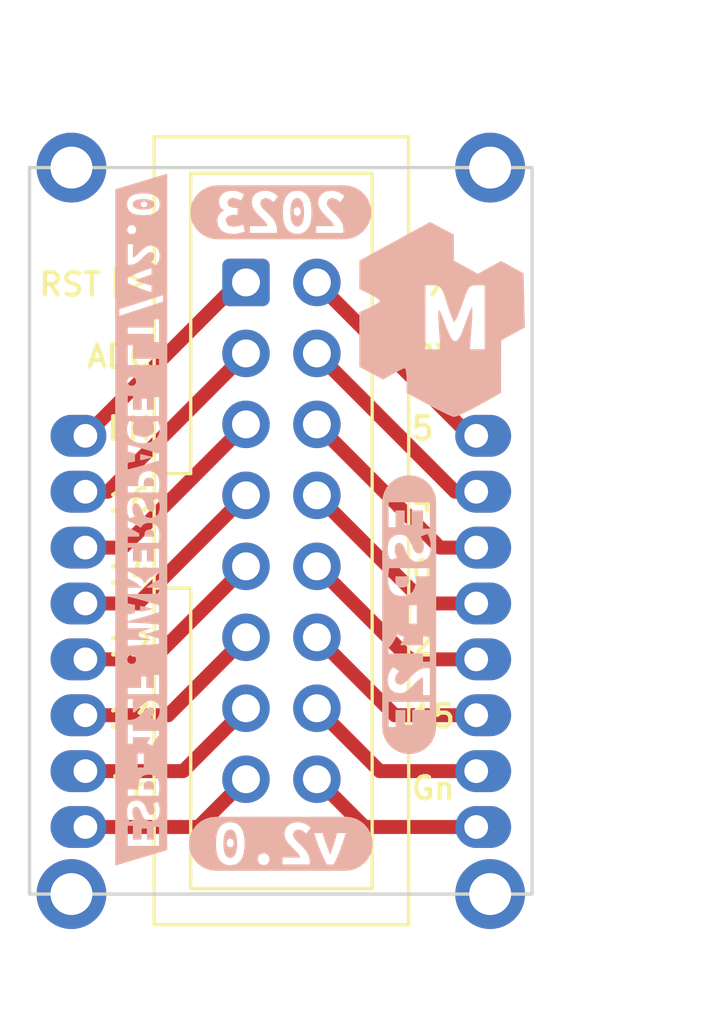
<source format=kicad_pcb>
(kicad_pcb (version 20211014) (generator pcbnew)
  (layers (0 "F.Cu" signal) (31 "B.Cu" signal) (34 "B.Paste" user) (35 "F.Paste" user) (36 "B.SilkS" user "B.Silkscreen") (37 "F.SilkS" user "F.Silkscreen") (38 "B.Mask" user) (39 "F.Mask" user) (44 "Edge.Cuts" user))
  (net 0 "")
  (net 1 "RST")
  (net 2 "TX")
  (net 3 "ADC")
  (net 4 "RX")
  (net 5 "EN")
  (net 6 "IO5")
  (net 7 "IO16")
  (net 8 "IO4")
  (net 9 "IO14")
  (net 10 "IO0")
  (net 11 "IO12")
  (net 12 "IO2")
  (net 13 "IO13")
  (net 14 "IO15")
  (net 15 "Vcc")
  (net 16 "GND")
  (footprint "-local:esp-top" (layer "F.Cu") (at 166.5 100)
    (fp_text reference "U1" hide)
    (fp_text value "top")
    (pad "1" thru_hole oval (at 2 9.6) (size 2 1.5) (drill 0.85 (offset -0.25 0)) (layers *.Cu *.Mask) (net 1 "RST"))
    (pad "2" thru_hole oval (at 2 11.6) (size 2 1.5) (drill 0.85 (offset -0.25 0)) (layers *.Cu *.Mask) (net 3 "ADC"))
    (pad "3" thru_hole oval (at 2 13.6) (size 2 1.5) (drill 0.85 (offset -0.25 0)) (layers *.Cu *.Mask) (net 5 "EN"))
    (pad "4" thru_hole oval (at 2 15.6) (size 2 1.5) (drill 0.85 (offset -0.25 0)) (layers *.Cu *.Mask) (net 7 "IO16"))
    (pad "5" thru_hole oval (at 2 17.6) (size 2 1.5) (drill 0.85 (offset -0.25 0)) (layers *.Cu *.Mask) (net 9 "IO14"))
    (pad "6" thru_hole oval (at 2 19.6) (size 2 1.5) (drill 0.85 (offset -0.25 0)) (layers *.Cu *.Mask) (net 11 "IO12"))
    (pad "7" thru_hole oval (at 2 21.6) (size 2 1.5) (drill 0.85 (offset -0.25 0)) (layers *.Cu *.Mask) (net 13 "IO13"))
    (pad "8" thru_hole oval (at 2 23.6) (size 2 1.5) (drill 0.85 (offset -0.25 0)) (layers *.Cu *.Mask) (net 15 "Vcc"))
    (pad "9" thru_hole oval (at 16 23.6 180) (size 2 1.5) (drill 0.85 (offset -0.25 0)) (layers *.Cu *.Mask) (net 16 "GND"))
    (pad "10" thru_hole oval (at 16 21.6 180) (size 2 1.5) (drill 0.85 (offset -0.25 0)) (layers *.Cu *.Mask) (net 14 "IO15"))
    (pad "11" thru_hole oval (at 16 19.6 180) (size 2 1.5) (drill 0.85 (offset -0.25 0)) (layers *.Cu *.Mask) (net 12 "IO2"))
    (pad "12" thru_hole oval (at 16 17.6 180) (size 2 1.5) (drill 0.85 (offset -0.25 0)) (layers *.Cu *.Mask) (net 10 "IO0"))
    (pad "13" thru_hole oval (at 16 15.6 180) (size 2 1.5) (drill 0.85 (offset -0.25 0)) (layers *.Cu *.Mask) (net 8 "IO4"))
    (pad "14" thru_hole oval (at 16 13.6 180) (size 2 1.5) (drill 0.85 (offset -0.25 0)) (layers *.Cu *.Mask) (net 6 "IO5"))
    (pad "15" thru_hole oval (at 16 11.6 180) (size 2 1.5) (drill 0.85 (offset -0.25 0)) (layers *.Cu *.Mask) (net 4 "RX"))
    (pad "16" thru_hole oval (at 16 9.6 180) (size 2 1.5) (drill 0.85 (offset -0.25 0)) (layers *.Cu *.Mask) (net 2 "TX"))
  )
  (footprint "-local:board" (layer "F.Cu") (at 166.5 100)
    (fp_text reference "SYM1" hide)
    (fp_text value "board_outline")
    (fp_rect (start 0 0) (end 18 26) (layer "Edge.Cuts") (width 0.12) (fill none))
    (pad "" np_thru_hole circle (at 16 3) (size 0.9 0.9) (drill 0.9) (layers F&B.Cu *.Mask))
    (pad "" np_thru_hole circle (at 5 25) (size 0.9 0.9) (drill 0.9) (layers F&B.Cu *.Mask))
    (pad "" np_thru_hole circle (at 2 6) (size 0.9 0.9) (drill 0.9) (layers F&B.Cu *.Mask))
    (pad "1" thru_hole circle (at 1.5 0) (size 2.5 2.5) (drill 1.5) (layers *.Cu *.Mask))
    (pad "2" thru_hole circle (at 16.5 0) (size 2.5 2.5) (drill 1.5) (layers *.Cu *.Mask))
    (pad "3" thru_hole circle (at 16.5 26) (size 2.5 2.5) (drill 1.5) (layers *.Cu *.Mask))
    (pad "4" thru_hole circle (at 1.5 26) (size 2.5 2.5) (drill 1.5) (layers *.Cu *.Mask))
  )
  (footprint "Connector_IDC:IDC-Header_2x08_P2.54mm_Vertical" (layer "F.Cu") (at 174.2525 104.11)
    (fp_text reference "J1" hide)
    (fp_text value "IDC 2x8")
    (fp_line (start -3.29 6.84) (end -1.98 6.84) (layer "F.SilkS") (width 0.12))
    (fp_line (start -3.29 22.99) (end -3.29 -5.21) (layer "F.SilkS") (width 0.12))
    (fp_line (start -1.98 6.84) (end -1.98 -3.91) (layer "F.SilkS") (width 0.12))
    (fp_line (start -1.98 21.69) (end -1.98 10.94) (layer "F.SilkS") (width 0.12))
    (fp_line (start -1.98 -3.91) (end 4.52 -3.91) (layer "F.SilkS") (width 0.12))
    (fp_line (start 5.83 -5.21) (end 5.83 22.99) (layer "F.SilkS") (width 0.12))
    (fp_line (start 5.83 22.99) (end -3.29 22.99) (layer "F.SilkS") (width 0.12))
    (fp_line (start -4.68 0.5) (end -3.68 0) (layer "F.SilkS") (width 0.12))
    (fp_line (start 4.52 21.69) (end -1.98 21.69) (layer "F.SilkS") (width 0.12))
    (fp_line (start -4.68 -0.5) (end -4.68 0.5) (layer "F.SilkS") (width 0.12))
    (fp_line (start -3.29 -5.21) (end 5.83 -5.21) (layer "F.SilkS") (width 0.12))
    (fp_line (start 4.52 -3.91) (end 4.52 21.69) (layer "F.SilkS") (width 0.12))
    (fp_line (start -1.98 10.94) (end -1.98 10.94) (layer "F.SilkS") (width 0.12))
    (fp_line (start -1.98 10.94) (end -3.29 10.94) (layer "F.SilkS") (width 0.12))
    (fp_line (start -3.68 0) (end -4.68 -0.5) (layer "F.SilkS") (width 0.12))
    (pad "1" thru_hole roundrect (at 0 0) (size 1.7 1.7) (drill 1) (layers *.Cu *.Mask) (roundrect_rratio 0.147059) (net 1 "RST"))
    (pad "2" thru_hole circle (at 2.54 0) (size 1.7 1.7) (drill 1) (layers *.Cu *.Mask) (net 2 "TX"))
    (pad "3" thru_hole circle (at 0 2.54) (size 1.7 1.7) (drill 1) (layers *.Cu *.Mask) (net 3 "ADC"))
    (pad "4" thru_hole circle (at 2.54 2.54) (size 1.7 1.7) (drill 1) (layers *.Cu *.Mask) (net 4 "RX"))
    (pad "5" thru_hole circle (at 0 5.08) (size 1.7 1.7) (drill 1) (layers *.Cu *.Mask) (net 5 "EN"))
    (pad "6" thru_hole circle (at 2.54 5.08) (size 1.7 1.7) (drill 1) (layers *.Cu *.Mask) (net 6 "IO5"))
    (pad "7" thru_hole circle (at 0 7.62) (size 1.7 1.7) (drill 1) (layers *.Cu *.Mask) (net 7 "IO16"))
    (pad "8" thru_hole circle (at 2.54 7.62) (size 1.7 1.7) (drill 1) (layers *.Cu *.Mask) (net 8 "IO4"))
    (pad "9" thru_hole circle (at 0 10.16) (size 1.7 1.7) (drill 1) (layers *.Cu *.Mask) (net 9 "IO14"))
    (pad "10" thru_hole circle (at 2.54 10.16) (size 1.7 1.7) (drill 1) (layers *.Cu *.Mask) (net 10 "IO0"))
    (pad "11" thru_hole circle (at 0 12.7) (size 1.7 1.7) (drill 1) (layers *.Cu *.Mask) (net 11 "IO12"))
    (pad "12" thru_hole circle (at 2.54 12.7) (size 1.7 1.7) (drill 1) (layers *.Cu *.Mask) (net 12 "IO2"))
    (pad "13" thru_hole circle (at 0 15.24) (size 1.7 1.7) (drill 1) (layers *.Cu *.Mask) (net 13 "IO13"))
    (pad "14" thru_hole circle (at 2.54 15.24) (size 1.7 1.7) (drill 1) (layers *.Cu *.Mask) (net 14 "IO15"))
    (pad "15" thru_hole circle (at 0 17.78) (size 1.7 1.7) (drill 1) (layers *.Cu *.Mask) (net 15 "Vcc"))
    (pad "16" thru_hole circle (at 2.54 17.78) (size 1.7 1.7) (drill 1) (layers *.Cu *.Mask) (net 16 "GND"))
  )
  (footprint "-local:logo_kms_small_silkscreen" (layer "B.Cu") (at 181.7 105.4 180)
    (fp_text reference "G2" hide)
    (fp_text value "LOGO_KMS" hide)
    (fp_poly (pts (xy 2.116877 2.764724) (xy 3.383025 2.074333) (xy 3.384846 1.562038) (xy 3.386667 1.049742) (xy 3.001301 0.862517) (xy 2.790526 0.744233) (xy 2.670184 0.645099) (xy 2.658544 0.606349) (xy 2.756204 0.53197) (xy 2.951559 0.426272) (xy 3.04391 0.382844) (xy 3.386667 0.228282) (xy 3.385955 -0.753692) (xy 3.385242 -1.735667) (xy 2.958732 -1.961382) (xy 2.532222 -2.187098) (xy 2.176278 -1.983569) (xy 1.955571 -1.864108) (xy 1.796662 -1.790367) (xy 1.756834 -1.77902) (xy 1.721214 -1.854803) (xy 1.697798 -2.050556) (xy 1.692499 -2.2225) (xy 1.691665 -2.667) (xy 0.909333 -3.090334) (xy 0.572241 -3.267716) (xy 0.281728 -3.411355) (xy 0.075183 -3.503285) (xy 0 -3.527314) (xy -0.123164 -3.493503) (xy -0.355769 -3.391419) (xy -0.661039 -3.238198) (xy -0.908502 -3.10398) (xy -1.690003 -2.667) (xy -1.69278 -1.100667) (xy -1.100666 -1.100667) (xy -0.57469 -1.100667) (xy -0.635467 -0.3175) (xy -0.656467 0.015334) (xy -0.662989 0.266572) (xy -0.654674 0.4023) (xy -0.643244 0.415066) (xy -0.591922 0.31503) (xy -0.506157 0.098671) (xy -0.403589 -0.189211) (xy -0.393179 -0.219934) (xy -0.253409 -0.583479) (xy -0.129647 -0.781514) (xy -0.013063 -0.816032) (xy 0.105175 -0.689025) (xy 0.233899 -0.402484) (xy 0.247907 -0.364532) (xy 0.389806 0.016194) (xy 0.484588 0.237516) (xy 0.539083 0.300543) (xy 0.56012 0.206382) (xy 0.554529 -0.043861) (xy 0.53802 -0.3175) (xy 0.486159 -1.100667) (xy 1.016 -1.100667) (xy 1.016 1.185333) (xy 0.734573 1.185333) (xy 0.592127 1.178256) (xy 0.494874 1.134867) (xy 0.417781 1.021929) (xy 0.335814 0.806205) (xy 0.25236 0.545104) (xy 0.151022 0.23986) (xy 0.062012 0.003481) (xy 0.001326 -0.122357) (xy -0.007325 -0.131527) (xy -0.059519 -0.074492) (xy -0.148137 0.109023) (xy -0.257282 0.38445) (xy -0.301766 0.508702) (xy -0.419082 0.837342) (xy -0.50633 1.037477) (xy -0.587853 1.140954) (xy -0.687997 1.179621) (xy -0.818987 1.185333) (xy -1.100666 1.185333) (xy -1.100666 -1.100667) (xy -1.69278 -1.100667) (xy -1.693333 -0.788912) (xy -2.119295 -0.557074) (xy -2.545257 -0.325237) (xy -2.521462 0.64663) (xy -2.497666 1.618497) (xy -1.694762 2.059689) (xy -0.856296 1.603339) (xy -0.00244 2.074333) (xy -0.000508 2.54) (xy 0.001425 3.005666) (xy 0.426076 3.230391) (xy 0.850728 3.455115)) (layer "B.SilkS") (width 0) (fill solid))
  )
  (footprint "kibuzzard-642C03EC" (layer "B.Cu") (at 175.5 124.2 180)
    (fp_text reference "kibuzzard-642C03EC" hide)
    (fp_text value "G***" hide)
    (fp_poly (pts (xy -2.322909 0.967581) (xy -2.323108 0.967581) (xy -2.511874 0.948989) (xy -2.693385 0.893929) (xy -2.860667 0.804514) (xy -3.007291 0.684183) (xy -3.127622 0.537559) (xy -3.217036 0.370277) (xy -3.272097 0.188766) (xy -3.290689 0) (xy -3.272097 -0.188766) (xy -3.217036 -0.370277) (xy -3.127622 -0.537559) (xy -3.007291 -0.684183) (xy -2.860667 -0.804514) (xy -2.693385 -0.893929) (xy -2.511874 -0.948989) (xy -2.323108 -0.967581) (xy -2.322909 -0.967581) (xy -1.894284 -0.967581) (xy -1.894284 -0.738188) (xy -1.966119 -0.58883) (xy -2.038747 -0.423333) (xy -2.112169 -0.241697) (xy -2.166863 -0.096069) (xy -2.220218 0.056257) (xy -2.272233 0.21528) (xy -2.322909 0.381) (xy -2.015728 0.381) (xy -1.992213 0.287536) (xy -1.964531 0.188119) (xy -1.933873 0.085427) (xy -1.901428 -0.017859) (xy -1.867793 -0.119955) (xy -1.833563 -0.219075) (xy -1.768078 -0.397669) (xy -1.699022 -0.219075) (xy -1.66122 -0.119955) (xy -1.624013 -0.017859) (xy -1.587698 0.085427) (xy -1.552575 0.188119) (xy -1.521321 0.287536) (xy -1.496616 0.381) (xy -1.198959 0.381) (xy -1.250305 0.21528) (xy -1.30433 0.056257) (xy -1.361033 -0.096069) (xy -1.420416 -0.241697) (xy -1.499791 -0.423333) (xy -1.575991 -0.58883) (xy -1.649016 -0.738188) (xy -1.894284 -0.738188) (xy -1.894284 -0.967581) (xy -0.065484 -0.967581) (xy -0.065484 -0.738188) (xy -1.027509 -0.738188) (xy -1.033463 -0.678656) (xy -1.032272 -0.62865) (xy -1.021259 -0.51435) (xy -0.988219 -0.409575) (xy -0.938213 -0.313432) (xy -0.8763 -0.225028) (xy -0.806053 -0.14347) (xy -0.731044 -0.067866) (xy -0.656034 0.003274) (xy -0.585787 0.071437) (xy -0.473869 0.200025) (xy -0.429816 0.326231) (xy -0.484584 0.465534) (xy -0.622697 0.51435) (xy -0.767953 0.481012) (xy -0.917972 0.369094) (xy -1.063228 0.573881) (xy -0.960537 0.660797) (xy -0.842963 0.721519) (xy -0.718245 0.757237) (xy -0.594122 0.769144) (xy -0.420291 0.74295) (xy -0.272653 0.664369) (xy -0.170259 0.532209) (xy -0.132159 0.347662) (xy -0.160734 0.201216) (xy -0.236934 0.064294) (xy -0.344091 -0.064294) (xy -0.465534 -0.183356) (xy -0.536972 -0.251222) (xy -0.613172 -0.332184) (xy -0.673894 -0.416719) (xy -0.698897 -0.4953) (xy -0.065484 -0.4953) (xy -0.065484 -0.738188) (xy -0.065484 -0.967581) (xy 0.622697 -0.967581) (xy 0.622697 -0.764381) (xy 0.541734 -0.750094) (xy 0.473869 -0.708422) (xy 0.426244 -0.641747) (xy 0.408384 -0.550069) (xy 0.426244 -0.460772) (xy 0.473869 -0.395288) (xy 0.541734 -0.354806) (xy 0.622697 -0.340519) (xy 0.770334 -0.395288) (xy 0.834628 -0.550069) (xy 0.770334 -0.709613) (xy 0.622697 -0.764381) (xy 0.622697 -0.967581) (xy 1.810941 -0.967581) (xy 1.810941 -0.769144) (xy 1.657482 -0.747977) (xy 1.530482 -0.684477) (xy 1.429941 -0.578644) (xy 1.372642 -0.470892) (xy 1.331714 -0.338138) (xy 1.307157 -0.18038) (xy 1.298972 0.002381) (xy 1.307306 0.183059) (xy 1.332309 0.339328) (xy 1.373981 0.47119) (xy 1.432322 0.578644) (xy 1.533657 0.684477) (xy 1.659864 0.747977) (xy 1.810941 0.769144) (xy 1.964399 0.748109) (xy 2.091399 0.685006) (xy 2.191941 0.579834) (xy 2.249239 0.472753) (xy 2.290167 0.340816) (xy 2.314724 0.184026) (xy 2.322909 0.002381) (xy 2.314724 -0.18038) (xy 2.290167 -0.338138) (xy 2.249239 -0.470892) (xy 2.191941 -0.578644) (xy 2.091399 -0.684477) (xy 1.964399 -0.747977) (xy 1.810941 -0.769144) (xy 1.810941 -0.967581) (xy 2.322909 -0.967581) (xy 2.323108 -0.967581) (xy 2.511874 -0.948989) (xy 2.693385 -0.893929) (xy 2.860667 -0.804514) (xy 3.007291 -0.684183) (xy 3.127622 -0.537559) (xy 3.217036 -0.370277) (xy 3.272097 -0.188766) (xy 3.290689 0) (xy 3.272097 0.188766) (xy 3.217036 0.370277) (xy 3.127622 0.537559) (xy 3.007291 0.684183) (xy 2.860667 0.804514) (xy 2.693385 0.893929) (xy 2.511874 0.948989) (xy 2.323108 0.967581) (xy 2.322909 0.967581) (xy -2.322909 0.967581)) (layer "B.SilkS") (width 0) (fill solid))
    (fp_poly (pts (xy 2.058591 0.002381) (xy 2.051579 0.157295) (xy 2.030545 0.285485) (xy 1.995487 0.386953) (xy 1.917799 0.486073) (xy 1.810941 0.519112) (xy 1.70557 0.486073) (xy 1.627584 0.386953) (xy 1.591866 0.285485) (xy 1.570434 0.157295) (xy 1.563291 0.002381) (xy 1.570434 -0.153855) (xy 1.591866 -0.28284) (xy 1.627584 -0.384572) (xy 1.70557 -0.483691) (xy 1.810941 -0.516731) (xy 1.813322 -0.515995) (xy 1.813322 -0.130969) (xy 1.715691 -0.084534) (xy 1.679972 0.026194) (xy 1.715691 0.138112) (xy 1.813322 0.185737) (xy 1.907381 0.138112) (xy 1.944291 0.026194) (xy 1.907381 -0.084534) (xy 1.813322 -0.130969) (xy 1.813322 -0.515995) (xy 1.917799 -0.483691) (xy 1.995487 -0.384572) (xy 2.030545 -0.28284) (xy 2.051579 -0.153855) (xy 2.058591 0.002381)) (layer "B.SilkS") (width 0) (fill solid))
  )
  (footprint "kibuzzard-642C0B87" (layer "B.Cu") (at 170.5 112.6 90)
    (fp_text reference "kibuzzard-642C0B87" hide)
    (fp_text value "G***" hide)
    (fp_poly (pts (xy -11.674697 0.932624) (xy -11.82551 0.932624) (xy -12.385084 -0.932625) (xy -11.82551 -0.932625) (xy -11.674697 -0.932625) (xy -11.674697 -0.483203) (xy -11.674697 0.637032) (xy -10.996041 0.637032) (xy -10.996041 0.452437) (xy -11.452098 0.452437) (xy -11.452098 0.200882) (xy -11.055763 0.200882) (xy -11.055763 0.016288) (xy -11.452098 0.016288) (xy -11.452098 -0.298609) (xy -10.956227 -0.298609) (xy -10.956227 -0.483203) (xy -11.674697 -0.483203) (xy -11.674697 -0.932625) (xy -10.463974 -0.932625) (xy -10.463974 -0.50673) (xy -10.5893 -0.499265) (xy -10.686574 -0.476869) (xy -10.811446 -0.421672) (xy -10.746295 -0.240697) (xy -10.629567 -0.294989) (xy -10.554236 -0.313992) (xy -10.463974 -0.320326) (xy -10.370772 -0.308562) (xy -10.311956 -0.275987) (xy -10.282095 -0.228933) (xy -10.273951 -0.175546) (xy -10.293858 -0.114014) (xy -10.344531 -0.066056) (xy -10.413302 -0.028051) (xy -10.489311 0.003619) (xy -10.594277 0.045244) (xy -10.692908 0.104965) (xy -10.766203 0.194548) (xy -10.795159 0.327565) (xy -10.769596 0.46782) (xy -10.692908 0.573691) (xy -10.616195 0.622956) (xy -10.522389 0.652515) (xy -10.411492 0.662368) (xy -10.314896 0.656487) (xy -10.231422 0.638842) (xy -10.102025 0.586359) (xy -10.167176 0.414433) (xy -10.267617 0.457867) (xy -10.395204 0.475964) (xy -10.493735 0.461687) (xy -10.552853 0.418857) (xy -10.57256 0.347472) (xy -10.554462 0.290465) (xy -10.508313 0.247031) (xy -10.444972 0.21355) (xy -10.375297 0.186404) (xy -10.265807 0.142065) (xy -10.160841 0.076914) (xy -10.082117 -0.024432) (xy -10.059043 -0.092976) (xy -10.051352 -0.177356) (xy -10.076914 -0.316932) (xy -10.153602 -0.420767) (xy -10.233533 -0.468524) (xy -10.33699 -0.497179) (xy -10.463974 -0.50673) (xy -10.463974 -0.932625) (xy -9.658636 -0.932625) (xy -9.658636 -0.483203) (xy -9.881235 -0.483203) (xy -9.881235 0.622554) (xy -9.80794 0.635222) (xy -9.725597 0.643366) (xy -9.644158 0.64789) (xy -9.573578 0.6497) (xy -9.441868 0.639948) (xy -9.331473 0.61069) (xy -9.242393 0.561927) (xy -9.177041 0.491045) (xy -9.13783 0.39543) (xy -9.12476 0.275082) (xy -9.13793 0.153527) (xy -9.177443 0.056705) (xy -9.243298 -0.015383) (xy -9.333283 -0.065151) (xy -9.445186 -0.095012) (xy -9.579007 -0.104966) (xy -9.658636 -0.104966) (xy -9.658636 -0.483203) (xy -9.658636 -0.932625) (xy -8.373713 -0.932625) (xy -8.373713 -0.128492) (xy -8.869585 -0.128492) (xy -8.869585 0.090487) (xy -8.373713 0.090487) (xy -8.373713 -0.128492) (xy -8.373713 -0.932625) (xy -7.338536 -0.932625) (xy -7.338536 -0.483203) (xy -8.019002 -0.483203) (xy -8.019002 -0.298609) (xy -7.783735 -0.298609) (xy -7.783735 0.327565) (xy -7.899559 0.263319) (xy -8.009954 0.21898) (xy -8.082344 0.403574) (xy -7.988237 0.445198) (xy -7.886891 0.501301) (xy -7.790974 0.566452) (xy -7.713155 0.637032) (xy -7.561136 0.637032) (xy -7.561136 -0.298609) (xy -7.338536 -0.298609) (xy -7.338536 -0.483203) (xy -7.338536 -0.932625) (xy -6.428232 -0.932625) (xy -6.428232 -0.483203) (xy -7.159371 -0.483203) (xy -7.163895 -0.437959) (xy -7.162991 -0.399955) (xy -7.15462 -0.313087) (xy -7.12951 -0.233458) (xy -7.091505 -0.160389) (xy -7.044452 -0.093202) (xy -6.991064 -0.031218) (xy -6.934057 0.026241) (xy -6.87705 0.080308) (xy -6.823662 0.132112) (xy -6.738604 0.229838) (xy -6.705124 0.325755) (xy -6.746748 0.431625) (xy -6.851714 0.468725) (xy -6.962108 0.443389) (xy -7.076122 0.35833) (xy -7.186517 0.513969) (xy -7.108472 0.580025) (xy -7.019115 0.626173) (xy -6.92433 0.65332) (xy -6.829997 0.662368) (xy -6.697885 0.642461) (xy -6.58568 0.58274) (xy -6.507861 0.482298) (xy -6.478905 0.342043) (xy -6.500622 0.230743) (xy -6.558534 0.126682) (xy -6.639973 0.028956) (xy -6.73227 -0.061532) (xy -6.786563 -0.113109) (xy -6.844475 -0.174641) (xy -6.890623 -0.238887) (xy -6.909626 -0.298609) (xy -6.428232 -0.298609) (xy -6.428232 -0.483203) (xy -6.428232 -0.932625) (xy -6.245447 -0.932625) (xy -6.245447 -0.483203) (xy -6.245447 0.637032) (xy -5.559552 0.637032) (xy -5.559552 0.452437) (xy -6.022848 0.452437) (xy -6.022848 0.180975) (xy -5.617464 0.180975) (xy -5.617464 -0.00362) (xy -6.022848 -0.00362) (xy -6.022848 -0.483203) (xy -6.245447 -0.483203) (xy -6.245447 -0.932625) (xy -5.000339 -0.932625) (xy -5.000339 -0.503111) (xy -5.061871 -0.492252) (xy -5.113449 -0.460581) (xy -5.149644 -0.409908) (xy -5.163217 -0.340233) (xy -5.149644 -0.272367) (xy -5.113449 -0.222599) (xy -5.061871 -0.191834) (xy -5.000339 -0.180975) (xy -4.888135 -0.222599) (xy -4.839272 -0.340233) (xy -4.888135 -0.461486) (xy -5.000339 -0.503111) (xy -5.000339 -0.932625) (xy -3.686461 -0.932625) (xy -3.686461 -0.483203) (xy -3.890963 -0.483203) (xy -3.880104 0.387286) (xy -4.017645 -0.086868) (xy -4.180523 -0.086868) (xy -4.312634 0.387286) (xy -4.303586 -0.483203) (xy -4.508087 -0.483203) (xy -4.502432 -0.342948) (xy -4.496324 -0.197263) (xy -4.489764 -0.049316) (xy -4.482751 0.097726) (xy -4.474833 0.242054) (xy -4.465558 0.381857) (xy -4.454926 0.514421) (xy -4.442936 0.637032) (xy -4.258342 0.637032) (xy -4.226671 0.539305) (xy -4.185952 0.410813) (xy -4.142518 0.271462) (xy -4.100894 0.14116) (xy -4.05565 0.279606) (xy -4.010406 0.417147) (xy -3.970592 0.541115) (xy -3.938016 0.637032) (xy -3.753422 0.637032) (xy -3.740979 0.492252) (xy -3.72899 0.351091) (xy -3.718131 0.212419) (xy -3.709083 0.075105) (xy -3.701617 -0.061984) (xy -3.69551 -0.199977) (xy -3.690533 -0.340007) (xy -3.686461 -0.483203) (xy -3.686461 -0.932625) (xy -2.995136 -0.932625) (xy -2.995136 -0.483203) (xy -3.047619 -0.224409) (xy -3.346228 -0.224409) (xy -3.396901 -0.483203) (xy -3.628549 -0.483203) (xy -3.596625 -0.353082) (xy -3.564556 -0.227667) (xy -3.532342 -0.106956) (xy -3.499984 0.009049) (xy -3.467481 0.120348) (xy -3.427101 0.254779) (xy -3.3874 0.385703) (xy -3.348377 0.513121) (xy -3.310033 0.637032) (xy -3.067526 0.637032) (xy -3.027768 0.512103) (xy -2.988123 0.383441) (xy -2.948592 0.251046) (xy -2.909173 0.114919) (xy -2.877864 0.002678) (xy -2.846918 -0.113254) (xy -2.816333 -0.232879) (xy -2.78611 -0.356195) (xy -2.756249 -0.483203) (xy -2.995136 -0.483203) (xy -2.995136 -0.932625) (xy -2.106549 -0.932625) (xy -2.106549 -0.483203) (xy -2.163556 -0.346567) (xy -2.202692 -0.274177) (xy -2.2459 -0.203597) (xy -2.292275 -0.136184) (xy -2.340912 -0.073295) (xy -2.435924 0.028956) (xy -2.435924 -0.483203) (xy -2.658523 -0.483203) (xy -2.658523 0.637032) (xy -2.435924 0.637032) (xy -2.435924 0.171926) (xy -2.352675 0.284131) (xy -2.270331 0.407194) (xy -2.198846 0.528447) (xy -2.144554 0.637032) (xy -1.892999 0.637032) (xy -1.953625 0.525732) (xy -1.991404 0.461939) (xy -2.034159 0.39543) (xy -2.080986 0.326886) (xy -2.130981 0.256984) (xy -2.18369 0.187762) (xy -2.238661 0.121253) (xy -2.182106 0.062889) (xy -2.124647 -0.00362) (xy -2.068318 -0.076688) (xy -2.015157 -0.154734) (xy -1.966067 -0.236172) (xy -1.921954 -0.319421) (xy -1.884402 -0.402443) (xy -1.854994 -0.483203) (xy -2.106549 -0.483203) (xy -2.106549 -0.932625) (xy -1.721072 -0.932625) (xy -1.721072 -0.483203) (xy -1.721072 0.637032) (xy -1.042416 0.637032) (xy -1.042416 0.452437) (xy -1.498473 0.452437) (xy -1.498473 0.200882) (xy -1.102138 0.200882) (xy -1.102138 0.016288) (xy -1.498473 0.016288) (xy -1.498473 -0.298609) (xy -1.002602 -0.298609) (xy -1.002602 -0.483203) (xy -1.721072 -0.483203) (xy -1.721072 -0.932625) (xy -0.045244 -0.932625) (xy -0.045244 -0.483203) (xy -0.278702 -0.483203) (xy -0.323719 -0.376654) (xy -0.375523 -0.274177) (xy -0.432756 -0.173057) (xy -0.494062 -0.07058) (xy -0.609886 -0.07058) (xy -0.609886 -0.483203) (xy -0.832485 -0.483203) (xy -0.832485 0.620744) (xy -0.761 0.634317) (xy -0.682276 0.643366) (xy -0.606266 0.64789) (xy -0.542925 0.6497) (xy -0.451533 0.644271) (xy -0.369189 0.627983) (xy -0.296799 0.600385) (xy -0.235268 0.561022) (xy -0.149304 0.446103) (xy -0.126909 0.37032) (xy -0.119444 0.282321) (xy -0.129397 0.189119) (xy -0.159258 0.104965) (xy -0.212193 0.034838) (xy -0.29137 -0.016288) (xy -0.226219 -0.120348) (xy -0.159258 -0.239792) (xy -0.096822 -0.364665) (xy -0.045244 -0.483203) (xy -0.045244 -0.932625) (xy 0.394525 -0.932625) (xy 0.394525 -0.50673) (xy 0.2692 -0.499265) (xy 0.171926 -0.476869) (xy 0.047053 -0.421672) (xy 0.112204 -0.240697) (xy 0.228933 -0.294989) (xy 0.304264 -0.313992) (xy 0.394525 -0.320326) (xy 0.487728 -0.308562) (xy 0.546544 -0.275987) (xy 0.576405 -0.228933) (xy 0.584549 -0.175546) (xy 0.564642 -0.114014) (xy 0.513969 -0.066056) (xy 0.445198 -0.028051) (xy 0.369189 0.003619) (xy 0.264223 0.045244) (xy 0.165592 0.104965) (xy 0.092297 0.194548) (xy 0.063341 0.327565) (xy 0.088904 0.46782) (xy 0.165592 0.573691) (xy 0.242305 0.622956) (xy 0.336111 0.652515) (xy 0.447008 0.662368) (xy 0.543604 0.656487) (xy 0.627078 0.638842) (xy 0.756475 0.586359) (xy 0.691324 0.414433) (xy 0.590883 0.457867) (xy 0.463296 0.475964) (xy 0.364765 0.461687) (xy 0.305647 0.418857) (xy 0.28594 0.347472) (xy 0.304038 0.290465) (xy 0.350187 0.247031) (xy 0.413528 0.21355) (xy 0.483203 0.186404) (xy 0.592693 0.142065) (xy 0.697659 0.076914) (xy 0.776383 -0.024432) (xy 0.799457 -0.092976) (xy 0.807148 -0.177356) (xy 0.781586 -0.316932) (xy 0.704898 -0.420767) (xy 0.624967 -0.468524) (xy 0.52151 -0.497179) (xy 0.394525 -0.50673) (xy 0.394525 -0.932625) (xy 1.199864 -0.932625) (xy 1.199864 -0.483203) (xy 0.977265 -0.483203) (xy 0.977265 0.622554) (xy 1.05056 0.635222) (xy 1.132904 0.643366) (xy 1.214342 0.64789) (xy 1.284922 0.6497) (xy 1.416632 0.639948) (xy 1.527027 0.61069) (xy 1.616107 0.561927) (xy 1.681459 0.491045) (xy 1.72067 0.39543) (xy 1.73374 0.275082) (xy 1.72057 0.153527) (xy 1.681057 0.056705) (xy 1.615202 -0.015383) (xy 1.525217 -0.065151) (xy 1.413314 -0.095012) (xy 1.279493 -0.104966) (xy 1.199864 -0.104966) (xy 1.199864 -0.483203) (xy 1.199864 -0.932625) (xy 2.434114 -0.932625) (xy 2.434114 -0.483203) (xy 2.381631 -0.224409) (xy 2.083022 -0.224409) (xy 2.032349 -0.483203) (xy 1.800701 -0.483203) (xy 1.832625 -0.353082) (xy 1.864694 -0.227667) (xy 1.896908 -0.106956) (xy 1.929266 0.009049) (xy 1.961769 0.120348) (xy 2.002149 0.254779) (xy 2.04185 0.385703) (xy 2.080873 0.513121) (xy 2.119217 0.637032) (xy 2.361724 0.637032) (xy 2.401482 0.512103) (xy 2.441127 0.383441) (xy 2.480658 0.251046) (xy 2.520077 0.114919) (xy 2.551386 0.002678) (xy 2.582332 -0.113254) (xy 2.612917 -0.232879) (xy 2.64314 -0.356195) (xy 2.673001 -0.483203) (xy 2.434114 -0.483203) (xy 2.434114 -0.932625) (xy 3.224974 -0.932625) (xy 3.224974 -0.50673) (xy 3.07939 -0.489839) (xy 2.95874 -0.439166) (xy 2.863024 -0.354711) (xy 2.808393 -0.270671) (xy 2.76937 -0.170569) (xy 2.745956 -0.054406) (xy 2.738152 0.077819) (xy 2.747653 0.209479) (xy 2.776156 0.325755) (xy 2.821626 0.42597) (xy 2.882027 0.509445) (xy 2.956227 0.5755) (xy 3.043095 0.623459) (xy 3.140595 0.652641) (xy 3.246691 0.662368) (xy 3.354372 0.652415) (xy 3.438525 0.629793) (xy 3.499152 0.602647) (xy 3.536251 0.58093) (xy 3.478339 0.403574) (xy 3.377898 0.449723) (xy 3.243072 0.468725) (xy 3.140821 0.449723) (xy 3.052143 0.386382) (xy 2.988802 0.267843) (xy 2.970478 0.184594) (xy 2.96437 0.083248) (xy 2.97171 -0.034687) (xy 2.993729 -0.132715) (xy 3.030426 -0.210836) (xy 3.117521 -0.287524) (xy 3.246691 -0.313087) (xy 3.390567 -0.29318) (xy 3.481959 -0.253365) (xy 3.538061 -0.428911) (xy 3.410474 -0.482298) (xy 3.323832 -0.500622) (xy 3.224974 -0.50673) (xy 3.224974 -0.932625) (xy 3.708178 -0.932625) (xy 3.708178 -0.483203) (xy 3.708178 0.637032) (xy 4.386834 0.637032) (xy 4.386834 0.452437) (xy 3.930777 0.452437) (xy 3.930777 0.200882) (xy 4.327112 0.200882) (xy 4.327112 0.016288) (xy 3.930777 0.016288) (xy 3.930777 -0.298609) (xy 4.426648 -0.298609) (xy 4.426648 -0.483203) (xy 3.708178 -0.483203) (xy 3.708178 -0.932625) (xy 4.953286 -0.932625) (xy 4.953286 -0.503111) (xy 4.891754 -0.492252) (xy 4.840176 -0.460581) (xy 4.803981 -0.409908) (xy 4.790408 -0.340233) (xy 4.803981 -0.272367) (xy 4.840176 -0.222599) (xy 4.891754 -0.191834) (xy 4.953286 -0.180975) (xy 5.06549 -0.222599) (xy 5.114353 -0.340233) (xy 5.06549 -0.461486) (xy 4.953286 -0.503111) (xy 4.953286 -0.932625) (xy 6.236398 -0.932625) (xy 6.236398 -0.483203) (xy 5.532406 -0.483203) (xy 5.532406 0.637032) (xy 5.756815 0.637032) (xy 5.756815 -0.298609) (xy 6.236398 -0.298609) (xy 6.236398 -0.483203) (xy 6.236398 -0.932625) (xy 6.87343 -0.932625) (xy 6.87343 -0.483203) (xy 6.649021 -0.483203) (xy 6.649021 0.452437) (xy 6.354032 0.452437) (xy 6.354032 0.637032) (xy 7.16842 0.637032) (xy 7.16842 0.452437) (xy 6.87343 0.452437) (xy 6.87343 -0.483203) (xy 6.87343 -0.932625) (xy 7.53037 -0.932625) (xy 7.53037 -0.781812) (xy 7.298722 -0.781812) (xy 7.805452 0.781812) (xy 8.03348 0.781812) (xy 7.53037 -0.781812) (xy 7.53037 -0.932625) (xy 8.46963 -0.932625) (xy 8.46963 -0.483203) (xy 8.415036 -0.369692) (xy 8.359838 -0.243914) (xy 8.304038 -0.10587) (xy 8.26247 0.004807) (xy 8.22192 0.120575) (xy 8.182389 0.241432) (xy 8.143875 0.367379) (xy 8.377333 0.367379) (xy 8.395204 0.296347) (xy 8.416242 0.220789) (xy 8.439543 0.142744) (xy 8.464201 0.064246) (xy 8.489763 -0.013347) (xy 8.515779 -0.088678) (xy 8.565547 -0.224409) (xy 8.61803 -0.088678) (xy 8.646759 -0.013347) (xy 8.675037 0.064246) (xy 8.702635 0.142744) (xy 8.729329 0.220789) (xy 8.753082 0.296347) (xy 8.771858 0.367379) (xy 8.998077 0.367379) (xy 8.959054 0.241432) (xy 8.917996 0.120575) (xy 8.874901 0.004807) (xy 8.82977 -0.10587) (xy 8.769445 -0.243914) (xy 8.711533 -0.369692) (xy 8.656034 -0.483203) (xy 8.46963 -0.483203) (xy 8.46963 -0.932625) (xy 9.859518 -0.932625) (xy 9.859518 -0.483203) (xy 9.128379 -0.483203) (xy 9.123855 -0.437959) (xy 9.124759 -0.399955) (xy 9.13313 -0.313087) (xy 9.15824 -0.233458) (xy 9.196245 -0.160389) (xy 9.243298 -0.093202) (xy 9.296686 -0.031218) (xy 9.353693 0.026241) (xy 9.4107 0.080308) (xy 9.464088 0.132112) (xy 9.549146 0.229838) (xy 9.582626 0.325755) (xy 9.541002 0.431625) (xy 9.436036 0.468725) (xy 9.325642 0.443389) (xy 9.211627 0.35833) (xy 9.101233 0.513969) (xy 9.179278 0.580025) (xy 9.268635 0.626173) (xy 9.36342 0.65332) (xy 9.457753 0.662368) (xy 9.589865 0.642461) (xy 9.70207 0.58274) (xy 9.779889 0.482298) (xy 9.808845 0.342043) (xy 9.787128 0.230743) (xy 9.729216 0.126682) (xy 9.647777 0.028956) (xy 9.55548 -0.061532) (xy 9.501187 -0.113109) (xy 9.443275 -0.174641) (xy 9.397127 -0.238887) (xy 9.378124 -0.298609) (xy 9.859518 -0.298609) (xy 9.859518 -0.483203) (xy 9.859518 -0.932625) (xy 10.382536 -0.932625) (xy 10.382536 -0.503111) (xy 10.321004 -0.492252) (xy 10.269426 -0.460581) (xy 10.233231 -0.409908) (xy 10.219658 -0.340233) (xy 10.233231 -0.272367) (xy 10.269426 -0.222599) (xy 10.321004 -0.191834) (xy 10.382536 -0.180975) (xy 10.49474 -0.222599) (xy 10.543604 -0.340233) (xy 10.49474 -0.461486) (xy 10.382536 -0.503111) (xy 10.382536 -0.932625) (xy 11.285601 -0.932625) (xy 11.285601 -0.50673) (xy 11.168973 -0.490643) (xy 11.072453 -0.442383) (xy 10.996041 -0.36195) (xy 10.952494 -0.280059) (xy 10.921389 -0.179165) (xy 10.902726 -0.059269) (xy 10.896505 0.079629) (xy 10.902839 0.216944) (xy 10.921841 0.335709) (xy 10.953512 0.435924) (xy 10.997851 0.517588) (xy 11.074866 0.598022) (xy 11.170782 0.646282) (xy 11.285601 0.662368) (xy 11.402229 0.646382) (xy 11.498749 0.598424) (xy 11.575161 0.518493) (xy 11.618708 0.437111) (xy 11.649813 0.33684) (xy 11.668476 0.217679) (xy 11.674697 0.079629) (xy 11.668476 -0.059269) (xy 11.649813 -0.179165) (xy 11.618708 -0.280059) (xy 11.575161 -0.36195) (xy 11.498749 -0.442383) (xy 11.402229 -0.490643) (xy 11.285601 -0.50673) (xy 11.285601 -0.932625) (xy 11.674697 -0.932625) (xy 11.82551 -0.932625) (xy 12.385084 0.932624) (xy 11.82551 0.932624) (xy 11.674697 0.932624) (xy -11.674697 0.932624)) (layer "B.SilkS") (width 0) (fill solid))
    (fp_poly (pts (xy 11.473815 0.079629) (xy 11.468486 0.197363) (xy 11.4525 0.294788) (xy 11.425857 0.371904) (xy 11.366814 0.447234) (xy 11.285601 0.472345) (xy 11.20552 0.447234) (xy 11.14625 0.371904) (xy 11.119104 0.294788) (xy 11.102816 0.197363) (xy 11.097387 0.079629) (xy 11.102816 -0.039111) (xy 11.119104 -0.137139) (xy 11.14625 -0.214455) (xy 11.20552 -0.289786) (xy 11.285601 -0.314897) (xy 11.287411 -0.314337) (xy 11.287411 -0.021717) (xy 11.213211 0.013573) (xy 11.186065 0.097726) (xy 11.213211 0.182785) (xy 11.287411 0.21898) (xy 11.358896 0.182785) (xy 11.386947 0.097726) (xy 11.358896 0.013573) (xy 11.287411 -0.021717) (xy 11.287411 -0.314337) (xy 11.366814 -0.289786) (xy 11.425857 -0.214455) (xy 11.4525 -0.137139) (xy 11.468486 -0.039111) (xy 11.473815 0.079629)) (layer "B.SilkS") (width 0) (fill solid))
    (fp_poly (pts (xy -3.194209 0.419862) (xy -3.227689 0.299514) (xy -3.256645 0.187309) (xy -3.281982 0.076009) (xy -3.304604 -0.039815) (xy -3.085624 -0.039815) (xy -3.107341 0.076009) (xy -3.131772 0.187309) (xy -3.160728 0.299514) (xy -3.194209 0.419862)) (layer "B.SilkS") (width 0) (fill solid))
    (fp_poly (pts (xy -9.548241 0.456057) (xy -9.603438 0.455152) (xy -9.658636 0.450628) (xy -9.658636 0.088678) (xy -9.568148 0.088678) (xy -9.474494 0.09931) (xy -9.407081 0.131207) (xy -9.366361 0.188893) (xy -9.352788 0.276892) (xy -9.366135 0.360366) (xy -9.406176 0.415338) (xy -9.468386 0.445877) (xy -9.548241 0.456057)) (layer "B.SilkS") (width 0) (fill solid))
    (fp_poly (pts (xy -0.345662 0.284131) (xy -0.359235 0.361045) (xy -0.399955 0.414433) (xy -0.462844 0.445651) (xy -0.542925 0.456057) (xy -0.573691 0.455152) (xy -0.609886 0.450628) (xy -0.609886 0.114014) (xy -0.561023 0.114014) (xy -0.462844 0.125099) (xy -0.396335 0.158353) (xy -0.345662 0.284131)) (layer "B.SilkS") (width 0) (fill solid))
    (fp_poly (pts (xy 1.310259 0.456057) (xy 1.255062 0.455152) (xy 1.199864 0.450628) (xy 1.199864 0.088678) (xy 1.290352 0.088678) (xy 1.384006 0.09931) (xy 1.451419 0.131207) (xy 1.492139 0.188893) (xy 1.505712 0.276892) (xy 1.492365 0.360366) (xy 1.452324 0.415338) (xy 1.390114 0.445877) (xy 1.310259 0.456057)) (layer "B.SilkS") (width 0) (fill solid))
    (fp_poly (pts (xy 2.235041 0.419862) (xy 2.201561 0.299514) (xy 2.172605 0.187309) (xy 2.147268 0.076009) (xy 2.124646 -0.039815) (xy 2.343626 -0.039815) (xy 2.321909 0.076009) (xy 2.297478 0.187309) (xy 2.268522 0.299514) (xy 2.235041 0.419862)) (layer "B.SilkS") (width 0) (fill solid))
  )
  (footprint "kibuzzard-642C03F5" (layer "B.Cu") (at 175.5 101.6 180)
    (fp_text reference "kibuzzard-642C03F5" hide)
    (fp_text value "G***" hide)
    (fp_poly (pts (xy -2.271713 0.967581) (xy -2.271911 0.967581) (xy -2.460677 0.948989) (xy -2.642188 0.893929) (xy -2.80947 0.804514) (xy -2.956094 0.684183) (xy -3.076425 0.537559) (xy -3.165839 0.370277) (xy -3.2209 0.188766) (xy -3.239492 0) (xy -3.2209 -0.188766) (xy -3.165839 -0.370277) (xy -3.076425 -0.537559) (xy -2.956094 -0.684183) (xy -2.80947 -0.804514) (xy -2.642188 -0.893929) (xy -2.460677 -0.948989) (xy -2.271911 -0.967581) (xy -2.271713 -0.967581) (xy -1.273969 -0.967581) (xy -1.273969 -0.738188) (xy -2.235994 -0.738188) (xy -2.241947 -0.678656) (xy -2.240756 -0.62865) (xy -2.229743 -0.51435) (xy -2.196703 -0.409575) (xy -2.146697 -0.313432) (xy -2.084784 -0.225028) (xy -2.014538 -0.14347) (xy -1.939528 -0.067866) (xy -1.864519 0.003274) (xy -1.794272 0.071437) (xy -1.682353 0.200025) (xy -1.6383 0.326231) (xy -1.693069 0.465534) (xy -1.831181 0.51435) (xy -1.976438 0.481012) (xy -2.126456 0.369094) (xy -2.271713 0.573881) (xy -2.169021 0.660797) (xy -2.051447 0.721519) (xy -1.926729 0.757237) (xy -1.802606 0.769144) (xy -1.628775 0.74295) (xy -1.481138 0.664369) (xy -1.378744 0.532209) (xy -1.340644 0.347662) (xy -1.369219 0.201216) (xy -1.445419 0.064294) (xy -1.552575 -0.064294) (xy -1.674019 -0.183356) (xy -1.745456 -0.251222) (xy -1.821656 -0.332184) (xy -1.882378 -0.416719) (xy -1.907381 -0.4953) (xy -1.273969 -0.4953) (xy -1.273969 -0.738188) (xy -1.273969 -0.967581) (xy -0.588169 -0.967581) (xy -0.588169 -0.769144) (xy -0.741627 -0.747977) (xy -0.868627 -0.684477) (xy -0.969169 -0.578644) (xy -1.026468 -0.470892) (xy -1.067395 -0.338138) (xy -1.091952 -0.18038) (xy -1.100138 0.002381) (xy -1.091803 0.183059) (xy -1.0668 0.339328) (xy -1.025128 0.47119) (xy -0.966788 0.578644) (xy -0.865452 0.684477) (xy -0.739246 0.747977) (xy -0.588169 0.769144) (xy -0.43471 0.748109) (xy -0.30771 0.685006) (xy -0.207169 0.579834) (xy -0.14987 0.472753) (xy -0.108942 0.340816) (xy -0.084386 0.184026) (xy -0.0762 0.002381) (xy -0.084386 -0.18038) (xy -0.108942 -0.338138) (xy -0.14987 -0.470892) (xy -0.207169 -0.578644) (xy -0.30771 -0.684477) (xy -0.43471 -0.747977) (xy -0.588169 -0.769144) (xy -0.588169 -0.967581) (xy 1.107281 -0.967581) (xy 1.107281 -0.738188) (xy 0.145256 -0.738188) (xy 0.139303 -0.678656) (xy 0.140494 -0.62865) (xy 0.151507 -0.51435) (xy 0.184547 -0.409575) (xy 0.234553 -0.313432) (xy 0.296466 -0.225028) (xy 0.366712 -0.14347) (xy 0.441722 -0.067866) (xy 0.516731 0.003274) (xy 0.586978 0.071437) (xy 0.698897 0.200025) (xy 0.74295 0.326231) (xy 0.688181 0.465534) (xy 0.550069 0.51435) (xy 0.404812 0.481012) (xy 0.254794 0.369094) (xy 0.109537 0.573881) (xy 0.212229 0.660797) (xy 0.329803 0.721519) (xy 0.454521 0.757237) (xy 0.578644 0.769144) (xy 0.752475 0.74295) (xy 0.900112 0.664369) (xy 1.002506 0.532209) (xy 1.040606 0.347662) (xy 1.012031 0.201216) (xy 0.935831 0.064294) (xy 0.828675 -0.064294) (xy 0.707231 -0.183356) (xy 0.635794 -0.251222) (xy 0.559594 -0.332184) (xy 0.498872 -0.416719) (xy 0.473869 -0.4953) (xy 1.107281 -0.4953) (xy 1.107281 -0.738188) (xy 1.107281 -0.967581) (xy 1.704975 -0.967581) (xy 1.704975 -0.769144) (xy 1.589484 -0.760809) (xy 1.472803 -0.740569) (xy 1.369219 -0.714375) (xy 1.2954 -0.688181) (xy 1.35255 -0.442913) (xy 1.494234 -0.492919) (xy 1.589782 -0.512564) (xy 1.702594 -0.519113) (xy 1.830288 -0.503039) (xy 1.913334 -0.454819) (xy 1.974056 -0.295275) (xy 1.950839 -0.196155) (xy 1.881187 -0.132159) (xy 1.775817 -0.097334) (xy 1.645444 -0.085725) (xy 1.554956 -0.085725) (xy 1.554956 0.157162) (xy 1.664494 0.157162) (xy 1.754981 0.166687) (xy 1.835944 0.197644) (xy 1.894284 0.254794) (xy 1.916906 0.345281) (xy 1.868091 0.472678) (xy 1.73355 0.519112) (xy 1.568053 0.491728) (xy 1.426369 0.423862) (xy 1.321594 0.638175) (xy 1.491853 0.725091) (xy 1.604665 0.75813) (xy 1.731169 0.769144) (xy 1.846957 0.761405) (xy 1.946672 0.738187) (xy 2.097881 0.651272) (xy 2.185987 0.519112) (xy 2.214562 0.354806) (xy 2.164556 0.185737) (xy 2.031206 0.061912) (xy 2.132707 0.002977) (xy 2.208609 -0.078581) (xy 2.255937 -0.18038) (xy 2.271712 -0.300038) (xy 2.238375 -0.488156) (xy 2.135981 -0.636984) (xy 2.0574 -0.692944) (xy 1.959769 -0.734616) (xy 1.842492 -0.760512) (xy 1.704975 -0.769144) (xy 1.704975 -0.967581) (xy 2.271712 -0.967581) (xy 2.271911 -0.967581) (xy 2.460677 -0.948989) (xy 2.642188 -0.893929) (xy 2.80947 -0.804514) (xy 2.956094 -0.684183) (xy 3.076425 -0.537559) (xy 3.165839 -0.370277) (xy 3.2209 -0.188766) (xy 3.239492 0) (xy 3.2209 0.188766) (xy 3.165839 0.370277) (xy 3.076425 0.537559) (xy 2.956094 0.684183) (xy 2.80947 0.804514) (xy 2.642188 0.893929) (xy 2.460677 0.948989) (xy 2.271911 0.967581) (xy 2.271712 0.967581) (xy -2.271713 0.967581)) (layer "B.SilkS") (width 0) (fill solid))
    (fp_poly (pts (xy -0.340519 0.002381) (xy -0.34753 0.157295) (xy -0.368565 0.285485) (xy -0.403622 0.386953) (xy -0.48131 0.486073) (xy -0.588169 0.519112) (xy -0.693539 0.486073) (xy -0.771525 0.386953) (xy -0.807244 0.285485) (xy -0.828675 0.157295) (xy -0.835819 0.002381) (xy -0.828675 -0.153855) (xy -0.807244 -0.28284) (xy -0.771525 -0.384572) (xy -0.693539 -0.483691) (xy -0.588169 -0.516731) (xy -0.585788 -0.515995) (xy -0.585788 -0.130969) (xy -0.683419 -0.084534) (xy -0.719138 0.026194) (xy -0.683419 0.138112) (xy -0.585788 0.185737) (xy -0.491728 0.138112) (xy -0.454819 0.026194) (xy -0.491728 -0.084534) (xy -0.585788 -0.130969) (xy -0.585788 -0.515995) (xy -0.48131 -0.483691) (xy -0.403622 -0.384572) (xy -0.368565 -0.28284) (xy -0.34753 -0.153855) (xy -0.340519 0.002381)) (layer "B.SilkS") (width 0) (fill solid))
  )
  (footprint "kibuzzard-642C04F0" (layer "B.Cu") (at 180.1 116 -90)
    (fp_text reference "kibuzzard-642C04F0" hide)
    (fp_text value "G***" hide)
    (fp_poly (pts (xy -4.023122 0.967581) (xy -4.02332 0.967581) (xy -4.212086 0.948989) (xy -4.393598 0.893929) (xy -4.56088 0.804514) (xy -4.707504 0.684183) (xy -4.827835 0.537559) (xy -4.917249 0.370277) (xy -4.97231 0.188766) (xy -4.990902 0) (xy -4.97231 -0.188766) (xy -4.917249 -0.370277) (xy -4.827835 -0.537559) (xy -4.707504 -0.684183) (xy -4.56088 -0.804514) (xy -4.393598 -0.893929) (xy -4.212086 -0.948989) (xy -4.02332 -0.967581) (xy -4.023122 -0.967581) (xy -4.023122 -0.738188) (xy -4.023122 0.735806) (xy -3.130153 0.735806) (xy -3.130153 0.492919) (xy -3.730228 0.492919) (xy -3.730228 0.161925) (xy -3.208734 0.161925) (xy -3.208734 -0.080962) (xy -3.730228 -0.080962) (xy -3.730228 -0.4953) (xy -3.077766 -0.4953) (xy -3.077766 -0.738188) (xy -4.023122 -0.738188) (xy -4.023122 -0.967581) (xy -2.430066 -0.967581) (xy -2.430066 -0.769144) (xy -2.594967 -0.759321) (xy -2.722959 -0.729853) (xy -2.887266 -0.657225) (xy -2.801541 -0.4191) (xy -2.64795 -0.490538) (xy -2.54883 -0.515541) (xy -2.430066 -0.523875) (xy -2.307431 -0.508397) (xy -2.230041 -0.465534) (xy -2.19075 -0.403622) (xy -2.180034 -0.333375) (xy -2.206228 -0.252413) (xy -2.272903 -0.189309) (xy -2.363391 -0.139303) (xy -2.463403 -0.097631) (xy -2.601516 -0.042863) (xy -2.731294 0.035719) (xy -2.827734 0.153591) (xy -2.865834 0.328612) (xy -2.832199 0.513159) (xy -2.731294 0.652462) (xy -2.630355 0.717285) (xy -2.506927 0.756179) (xy -2.361009 0.769144) (xy -2.23391 0.761405) (xy -2.124075 0.738187) (xy -1.953816 0.669131) (xy -2.039541 0.442912) (xy -2.1717 0.500062) (xy -2.339578 0.523875) (xy -2.469224 0.50509) (xy -2.547011 0.448733) (xy -2.572941 0.354806) (xy -2.549128 0.279797) (xy -2.488406 0.222647) (xy -2.405062 0.178594) (xy -2.313384 0.142875) (xy -2.169319 0.084534) (xy -2.031206 -0.001191) (xy -1.927622 -0.134541) (xy -1.897261 -0.22473) (xy -1.887141 -0.335756) (xy -1.920776 -0.51941) (xy -2.021681 -0.656034) (xy -2.126853 -0.718873) (xy -2.262981 -0.756576) (xy -2.430066 -0.769144) (xy -2.430066 -0.967581) (xy -1.370409 -0.967581) (xy -1.370409 -0.738188) (xy -1.663303 -0.738188) (xy -1.663303 0.716756) (xy -1.566862 0.733425) (xy -1.458516 0.744141) (xy -1.351359 0.750094) (xy -1.258491 0.752475) (xy -1.085189 0.739643) (xy -0.939932 0.701146) (xy -0.822722 0.636984) (xy -0.736732 0.543719) (xy -0.685139 0.417909) (xy -0.667941 0.259556) (xy -0.685271 0.099616) (xy -0.737261 -0.027781) (xy -0.823912 -0.122634) (xy -0.942314 -0.188119) (xy -1.089554 -0.227409) (xy -1.265634 -0.240506) (xy -1.370409 -0.240506) (xy -1.370409 -0.738188) (xy -1.370409 -0.967581) (xy 0.320278 -0.967581) (xy 0.320278 -0.271463) (xy -0.332184 -0.271463) (xy -0.332184 0.016669) (xy 0.320278 0.016669) (xy 0.320278 -0.271463) (xy 0.320278 -0.967581) (xy 1.682353 -0.967581) (xy 1.682353 -0.738188) (xy 0.787003 -0.738188) (xy 0.787003 -0.4953) (xy 1.096566 -0.4953) (xy 1.096566 0.328612) (xy 0.944166 0.244078) (xy 0.798909 0.185737) (xy 0.703659 0.428625) (xy 0.827484 0.483394) (xy 0.960834 0.557212) (xy 1.087041 0.642937) (xy 1.189434 0.735806) (xy 1.389459 0.735806) (xy 1.389459 -0.4953) (xy 1.682353 -0.4953) (xy 1.682353 -0.738188) (xy 1.682353 -0.967581) (xy 2.880122 -0.967581) (xy 2.880122 -0.738188) (xy 1.918097 -0.738188) (xy 1.912144 -0.678656) (xy 1.913334 -0.62865) (xy 1.924348 -0.51435) (xy 1.957388 -0.409575) (xy 2.007394 -0.313432) (xy 2.069306 -0.225028) (xy 2.139553 -0.14347) (xy 2.214563 -0.067866) (xy 2.289572 0.003274) (xy 2.359819 0.071437) (xy 2.471737 0.200025) (xy 2.515791 0.326231) (xy 2.461022 0.465534) (xy 2.322909 0.51435) (xy 2.177653 0.481012) (xy 2.027634 0.369094) (xy 1.882378 0.573881) (xy 1.98507 0.660797) (xy 2.102644 0.721519) (xy 2.227362 0.757237) (xy 2.351484 0.769144) (xy 2.525316 0.74295) (xy 2.672953 0.664369) (xy 2.775347 0.532209) (xy 2.813447 0.347662) (xy 2.784872 0.201216) (xy 2.708672 0.064294) (xy 2.601516 -0.064294) (xy 2.480072 -0.183356) (xy 2.408634 -0.251222) (xy 2.332434 -0.332184) (xy 2.271713 -0.416719) (xy 2.246709 -0.4953) (xy 2.880122 -0.4953) (xy 2.880122 -0.738188) (xy 2.880122 -0.967581) (xy 3.120628 -0.967581) (xy 3.120628 -0.738188) (xy 3.120628 0.735806) (xy 4.023122 0.735806) (xy 4.023122 0.492919) (xy 3.413522 0.492919) (xy 3.413522 0.135731) (xy 3.946922 0.135731) (xy 3.946922 -0.107156) (xy 3.413522 -0.107156) (xy 3.413522 -0.738188) (xy 3.120628 -0.738188) (xy 3.120628 -0.967581) (xy 4.023122 -0.967581) (xy 4.02332 -0.967581) (xy 4.212086 -0.948989) (xy 4.393598 -0.893929) (xy 4.56088 -0.804514) (xy 4.707504 -0.684183) (xy 4.827835 -0.537559) (xy 4.917249 -0.370277) (xy 4.97231 -0.188766) (xy 4.990902 0) (xy 4.97231 0.188766) (xy 4.917249 0.370277) (xy 4.827835 0.537559) (xy 4.707504 0.684183) (xy 4.56088 0.804514) (xy 4.393598 0.893929) (xy 4.212086 0.948989) (xy 4.02332 0.967581) (xy 4.023122 0.967581) (xy -4.023122 0.967581)) (layer "B.SilkS") (width 0) (fill solid))
    (fp_poly (pts (xy -1.225153 0.497681) (xy -1.297781 0.496491) (xy -1.370409 0.490537) (xy -1.370409 0.014287) (xy -1.251347 0.014287) (xy -1.128117 0.028277) (xy -1.039416 0.070247) (xy -0.985837 0.146149) (xy -0.967978 0.261937) (xy -0.98554 0.371773) (xy -1.038225 0.444103) (xy -1.12008 0.484287) (xy -1.225153 0.497681)) (layer "B.SilkS") (width 0) (fill solid))
  )
  (gr_text "RST   \n\nADC\n\nEN\n\n16\n\n14\n\n12\n\n13\n\nVc" (at 170.9625 113.2) (layer "F.SilkS") (effects (font (size 0.8 0.8)) (justify right)))
  (gr_text "TX\n\nRX\n\n5\n\n4\n\n0\n\n2\n\n15\n\nGn" (at 180.1 113.2) (layer "F.SilkS") (effects (font (size 0.8 0.8)) (justify left)))
  (segment (start 174.2525 104.11) (end 173.99 104.11) (width 0.5) (layer "F.Cu") (net 1))
  (segment (start 173.99 104.11) (end 168.5 109.6) (width 0.5) (layer "F.Cu") (net 1))
  (segment (start 176.7925 104.11) (end 182.2825 109.6) (width 0.5) (layer "F.Cu") (net 2))
  (segment (start 182.2825 109.6) (end 182.5 109.6) (width 0.5) (layer "F.Cu") (net 2))
  (segment (start 169.3025 111.6) (end 168.5 111.6) (width 0.5) (layer "F.Cu") (net 3))
  (segment (start 174.2525 106.65) (end 169.3025 111.6) (width 0.5) (layer "F.Cu") (net 3))
  (segment (start 181.7425 111.6) (end 182.5 111.6) (width 0.5) (layer "F.Cu") (net 4))
  (segment (start 176.7925 106.65) (end 181.7425 111.6) (width 0.5) (layer "F.Cu") (net 4))
  (segment (start 174.2525 109.19) (end 169.8425 113.6) (width 0.5) (layer "F.Cu") (net 5))
  (segment (start 169.8425 113.6) (end 168.5 113.6) (width 0.5) (layer "F.Cu") (net 5))
  (segment (start 176.7925 109.19) (end 181.2025 113.6) (width 0.5) (layer "F.Cu") (net 6))
  (segment (start 181.2025 113.6) (end 182.5 113.6) (width 0.5) (layer "F.Cu") (net 6))
  (segment (start 174.2525 111.73) (end 170.3825 115.6) (width 0.5) (layer "F.Cu") (net 7))
  (segment (start 170.3825 115.6) (end 168.5 115.6) (width 0.5) (layer "F.Cu") (net 7))
  (segment (start 176.7925 111.73) (end 180.6625 115.6) (width 0.5) (layer "F.Cu") (net 8))
  (segment (start 180.6625 115.6) (end 182.5 115.6) (width 0.5) (layer "F.Cu") (net 8))
  (segment (start 170.9225 117.6) (end 168.5 117.6) (width 0.5) (layer "F.Cu") (net 9))
  (segment (start 174.2525 114.27) (end 170.9225 117.6) (width 0.5) (layer "F.Cu") (net 9))
  (segment (start 180.1225 117.6) (end 182.5 117.6) (width 0.5) (layer "F.Cu") (net 10))
  (segment (start 176.7925 114.27) (end 180.1225 117.6) (width 0.5) (layer "F.Cu") (net 10))
  (segment (start 174.2525 116.81) (end 171.4625 119.6) (width 0.5) (layer "F.Cu") (net 11))
  (segment (start 171.4625 119.6) (end 168.5 119.6) (width 0.5) (layer "F.Cu") (net 11))
  (segment (start 179.5825 119.6) (end 182.5 119.6) (width 0.5) (layer "F.Cu") (net 12))
  (segment (start 176.7925 116.81) (end 179.5825 119.6) (width 0.5) (layer "F.Cu") (net 12))
  (segment (start 172.0025 121.6) (end 168.5 121.6) (width 0.5) (layer "F.Cu") (net 13))
  (segment (start 174.2525 119.35) (end 172.0025 121.6) (width 0.5) (layer "F.Cu") (net 13))
  (segment (start 176.7925 119.35) (end 179.0425 121.6) (width 0.5) (layer "F.Cu") (net 14))
  (segment (start 179.0425 121.6) (end 182.5 121.6) (width 0.5) (layer "F.Cu") (net 14))
  (segment (start 172.5425 123.6) (end 168.5 123.6) (width 0.5) (layer "F.Cu") (net 15))
  (segment (start 174.2525 121.89) (end 172.5425 123.6) (width 0.5) (layer "F.Cu") (net 15))
  (segment (start 176.7925 121.89) (end 178.5025 123.6) (width 0.5) (layer "F.Cu") (net 16))
  (segment (start 178.5025 123.6) (end 182.5 123.6) (width 0.5) (layer "F.Cu") (net 16))
)
</source>
